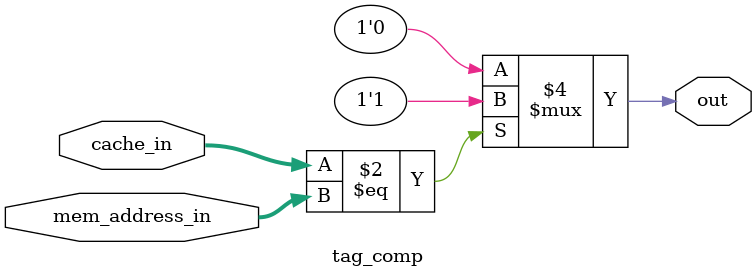
<source format=sv>
/* a module for comparing the tag in mem_address to the tag in the cache specified by index*/
module tag_comp
(
		input [8:0] cache_in,
      input [8:0] mem_address_in,
		output logic out
);

always_comb
begin
	if(cache_in == mem_address_in)
		out = 1;
	else
		out = 0;
end

endmodule : tag_comp

</source>
